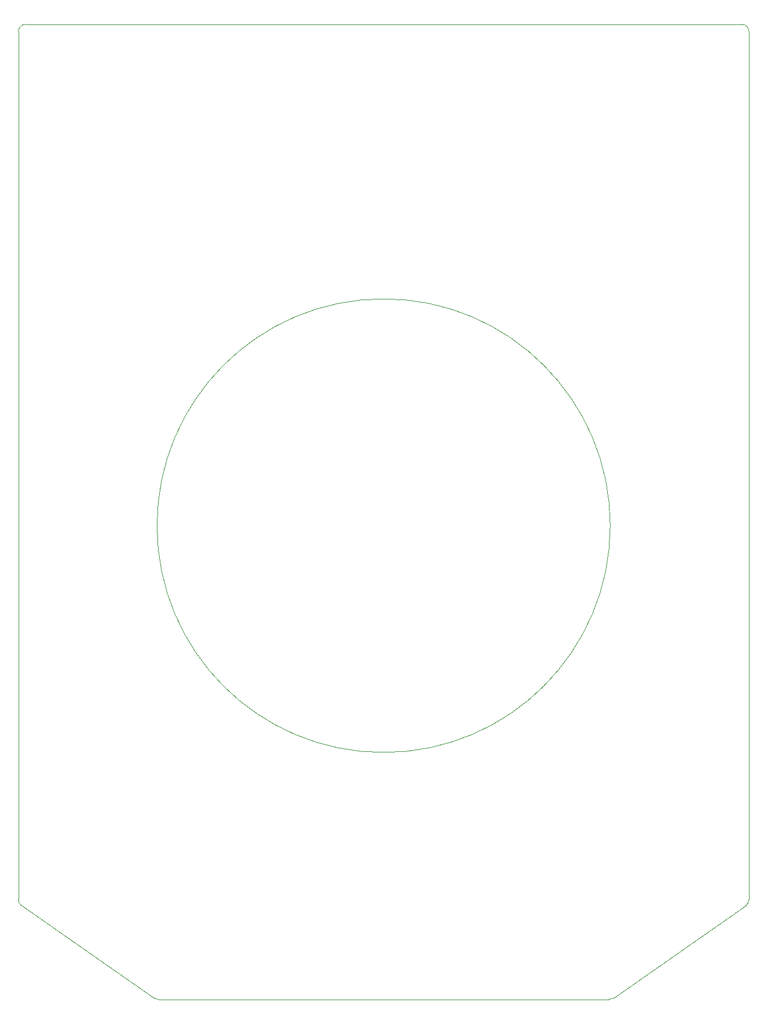
<source format=gbr>
%TF.GenerationSoftware,KiCad,Pcbnew,9.0.7*%
%TF.CreationDate,2026-02-10T03:54:41-08:00*%
%TF.ProjectId,steering_wheel,73746565-7269-46e6-975f-776865656c2e,rev?*%
%TF.SameCoordinates,Original*%
%TF.FileFunction,Profile,NP*%
%FSLAX46Y46*%
G04 Gerber Fmt 4.6, Leading zero omitted, Abs format (unit mm)*
G04 Created by KiCad (PCBNEW 9.0.7) date 2026-02-10 03:54:41*
%MOMM*%
%LPD*%
G01*
G04 APERTURE LIST*
%TA.AperFunction,Profile*%
%ADD10C,0.050000*%
%TD*%
G04 APERTURE END LIST*
D10*
X105791000Y-111483364D02*
G75*
G02*
X105355528Y-112317213I-1016000J-36D01*
G01*
X381000Y16002000D02*
X104775000Y16002000D01*
X85406160Y-125984000D02*
X19749840Y-125984000D01*
X19169329Y-125801824D02*
X-199511Y-112317189D01*
X105791000Y14986000D02*
X105791000Y-111483364D01*
X104775000Y16002000D02*
G75*
G02*
X105791000Y14986000I0J-1016000D01*
G01*
X105355511Y-112317189D02*
X85986671Y-125801824D01*
X85598000Y-57000000D02*
G75*
G02*
X19558000Y-57000000I-33020000J0D01*
G01*
X19558000Y-57000000D02*
G75*
G02*
X85598000Y-57000000I33020000J0D01*
G01*
X19749840Y-125984000D02*
G75*
G02*
X19169316Y-125801843I-40J1016000D01*
G01*
X85986671Y-125801824D02*
G75*
G02*
X85406160Y-125983998I-580571J834024D01*
G01*
X-199511Y-112317189D02*
G75*
G02*
X-634996Y-111483364I580511J833819D01*
G01*
X-635000Y14986000D02*
G75*
G02*
X381000Y16002000I1016002J-2D01*
G01*
X-635000Y-111483364D02*
X-635000Y14986000D01*
M02*

</source>
